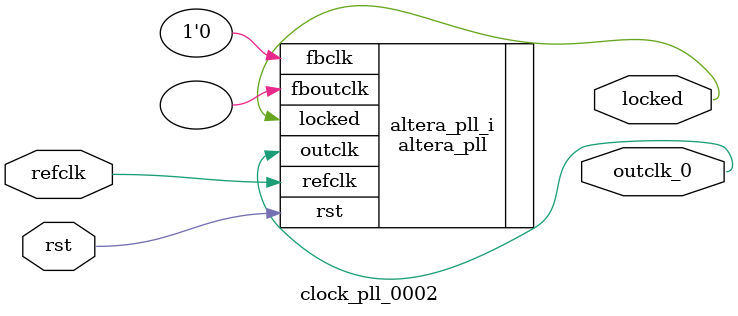
<source format=v>
`timescale 1ns/10ps
module  clock_pll_0002(

	// interface 'refclk'
	input wire refclk,

	// interface 'reset'
	input wire rst,

	// interface 'outclk0'
	output wire outclk_0,

	// interface 'locked'
	output wire locked
);

	altera_pll #(
		.fractional_vco_multiplier("false"),
		.reference_clock_frequency("50.0 MHz"),
		.operation_mode("direct"),
		.number_of_clocks(1),
		.output_clock_frequency0("25.175644 MHz"),
		.phase_shift0("0 ps"),
		.duty_cycle0(50),
		.output_clock_frequency1("0 MHz"),
		.phase_shift1("0 ps"),
		.duty_cycle1(50),
		.output_clock_frequency2("0 MHz"),
		.phase_shift2("0 ps"),
		.duty_cycle2(50),
		.output_clock_frequency3("0 MHz"),
		.phase_shift3("0 ps"),
		.duty_cycle3(50),
		.output_clock_frequency4("0 MHz"),
		.phase_shift4("0 ps"),
		.duty_cycle4(50),
		.output_clock_frequency5("0 MHz"),
		.phase_shift5("0 ps"),
		.duty_cycle5(50),
		.output_clock_frequency6("0 MHz"),
		.phase_shift6("0 ps"),
		.duty_cycle6(50),
		.output_clock_frequency7("0 MHz"),
		.phase_shift7("0 ps"),
		.duty_cycle7(50),
		.output_clock_frequency8("0 MHz"),
		.phase_shift8("0 ps"),
		.duty_cycle8(50),
		.output_clock_frequency9("0 MHz"),
		.phase_shift9("0 ps"),
		.duty_cycle9(50),
		.output_clock_frequency10("0 MHz"),
		.phase_shift10("0 ps"),
		.duty_cycle10(50),
		.output_clock_frequency11("0 MHz"),
		.phase_shift11("0 ps"),
		.duty_cycle11(50),
		.output_clock_frequency12("0 MHz"),
		.phase_shift12("0 ps"),
		.duty_cycle12(50),
		.output_clock_frequency13("0 MHz"),
		.phase_shift13("0 ps"),
		.duty_cycle13(50),
		.output_clock_frequency14("0 MHz"),
		.phase_shift14("0 ps"),
		.duty_cycle14(50),
		.output_clock_frequency15("0 MHz"),
		.phase_shift15("0 ps"),
		.duty_cycle15(50),
		.output_clock_frequency16("0 MHz"),
		.phase_shift16("0 ps"),
		.duty_cycle16(50),
		.output_clock_frequency17("0 MHz"),
		.phase_shift17("0 ps"),
		.duty_cycle17(50),
		.pll_type("General"),
		.pll_subtype("General")
	) altera_pll_i (
		.rst	(rst),
		.outclk	({outclk_0}),
		.locked	(locked),
		.fboutclk	( ),
		.fbclk	(1'b0),
		.refclk	(refclk)
	);
endmodule


</source>
